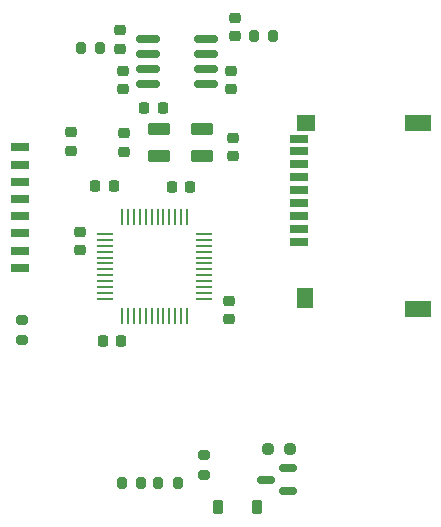
<source format=gbr>
%TF.GenerationSoftware,KiCad,Pcbnew,9.0.4*%
%TF.CreationDate,2025-12-12T14:24:18+03:00*%
%TF.ProjectId,mini_power_logger,6d696e69-5f70-46f7-9765-725f6c6f6767,rev?*%
%TF.SameCoordinates,Original*%
%TF.FileFunction,Paste,Bot*%
%TF.FilePolarity,Positive*%
%FSLAX46Y46*%
G04 Gerber Fmt 4.6, Leading zero omitted, Abs format (unit mm)*
G04 Created by KiCad (PCBNEW 9.0.4) date 2025-12-12 14:24:18*
%MOMM*%
%LPD*%
G01*
G04 APERTURE LIST*
G04 Aperture macros list*
%AMRoundRect*
0 Rectangle with rounded corners*
0 $1 Rounding radius*
0 $2 $3 $4 $5 $6 $7 $8 $9 X,Y pos of 4 corners*
0 Add a 4 corners polygon primitive as box body*
4,1,4,$2,$3,$4,$5,$6,$7,$8,$9,$2,$3,0*
0 Add four circle primitives for the rounded corners*
1,1,$1+$1,$2,$3*
1,1,$1+$1,$4,$5*
1,1,$1+$1,$6,$7*
1,1,$1+$1,$8,$9*
0 Add four rect primitives between the rounded corners*
20,1,$1+$1,$2,$3,$4,$5,0*
20,1,$1+$1,$4,$5,$6,$7,0*
20,1,$1+$1,$6,$7,$8,$9,0*
20,1,$1+$1,$8,$9,$2,$3,0*%
G04 Aperture macros list end*
%ADD10RoundRect,0.200000X-0.200000X-0.275000X0.200000X-0.275000X0.200000X0.275000X-0.200000X0.275000X0*%
%ADD11R,1.600000X0.700000*%
%ADD12R,1.600000X1.400000*%
%ADD13R,2.200000X1.400000*%
%ADD14R,1.400000X1.800000*%
%ADD15RoundRect,0.150000X0.587500X0.150000X-0.587500X0.150000X-0.587500X-0.150000X0.587500X-0.150000X0*%
%ADD16RoundRect,0.225000X-0.250000X0.225000X-0.250000X-0.225000X0.250000X-0.225000X0.250000X0.225000X0*%
%ADD17RoundRect,0.225000X0.250000X-0.225000X0.250000X0.225000X-0.250000X0.225000X-0.250000X-0.225000X0*%
%ADD18RoundRect,0.200000X0.200000X0.275000X-0.200000X0.275000X-0.200000X-0.275000X0.200000X-0.275000X0*%
%ADD19RoundRect,0.225000X-0.225000X-0.375000X0.225000X-0.375000X0.225000X0.375000X-0.225000X0.375000X0*%
%ADD20RoundRect,0.250000X0.700000X0.300000X-0.700000X0.300000X-0.700000X-0.300000X0.700000X-0.300000X0*%
%ADD21RoundRect,0.200000X-0.275000X0.200000X-0.275000X-0.200000X0.275000X-0.200000X0.275000X0.200000X0*%
%ADD22RoundRect,0.225000X0.225000X0.250000X-0.225000X0.250000X-0.225000X-0.250000X0.225000X-0.250000X0*%
%ADD23R,1.600000X0.800000*%
%ADD24R,0.279400X1.473200*%
%ADD25R,1.473200X0.279400*%
%ADD26RoundRect,0.237500X-0.250000X-0.237500X0.250000X-0.237500X0.250000X0.237500X-0.250000X0.237500X0*%
%ADD27RoundRect,0.200000X0.275000X-0.200000X0.275000X0.200000X-0.275000X0.200000X-0.275000X-0.200000X0*%
%ADD28RoundRect,0.225000X-0.225000X-0.250000X0.225000X-0.250000X0.225000X0.250000X-0.225000X0.250000X0*%
%ADD29RoundRect,0.150000X-0.825000X-0.150000X0.825000X-0.150000X0.825000X0.150000X-0.825000X0.150000X0*%
G04 APERTURE END LIST*
D10*
%TO.C,R9*%
X164350000Y-61000000D03*
X166000000Y-61000000D03*
%TD*%
D11*
%TO.C,P1*%
X182800000Y-77470000D03*
X182800000Y-76370000D03*
X182800000Y-75270000D03*
X182800000Y-74170000D03*
X182800000Y-73070000D03*
X182800000Y-71970000D03*
X182800000Y-70870000D03*
X182800000Y-69770000D03*
X182800000Y-68670000D03*
D12*
X183400000Y-67370000D03*
D13*
X192900000Y-67370000D03*
X192900000Y-83070000D03*
D14*
X183300000Y-82170000D03*
%TD*%
D15*
%TO.C,Q1*%
X181900000Y-96600000D03*
X181900000Y-98500000D03*
X180025000Y-97550000D03*
%TD*%
D16*
%TO.C,C20*%
X177100000Y-62925000D03*
X177100000Y-64475000D03*
%TD*%
D17*
%TO.C,C17*%
X167650000Y-61075000D03*
X167650000Y-59525000D03*
%TD*%
D18*
%TO.C,R12*%
X169450000Y-97800000D03*
X167800000Y-97800000D03*
%TD*%
D16*
%TO.C,C10*%
X176900000Y-82425000D03*
X176900000Y-83975000D03*
%TD*%
D19*
%TO.C,D1*%
X175950000Y-99900000D03*
X179250000Y-99900000D03*
%TD*%
D20*
%TO.C,Y2*%
X174650000Y-70150000D03*
X170950000Y-70150000D03*
X170950000Y-67850000D03*
X174650000Y-67850000D03*
%TD*%
D17*
%TO.C,C9*%
X168000000Y-69775000D03*
X168000000Y-68225000D03*
%TD*%
D16*
%TO.C,C7*%
X164300000Y-76600000D03*
X164300000Y-78150000D03*
%TD*%
D21*
%TO.C,R1*%
X159400000Y-84050000D03*
X159400000Y-85700000D03*
%TD*%
D17*
%TO.C,C18*%
X177400000Y-60025000D03*
X177400000Y-58475000D03*
%TD*%
D16*
%TO.C,C19*%
X167900000Y-62925000D03*
X167900000Y-64475000D03*
%TD*%
D22*
%TO.C,C12*%
X171275000Y-66100000D03*
X169725000Y-66100000D03*
%TD*%
D18*
%TO.C,R10*%
X180625000Y-60000000D03*
X178975000Y-60000000D03*
%TD*%
D23*
%TO.C,C1*%
X159200000Y-69421429D03*
X159200000Y-70877143D03*
X159200000Y-72332858D03*
X159200000Y-73788572D03*
X159200000Y-75244286D03*
X159200000Y-76700000D03*
X159200000Y-78155715D03*
X159200000Y-79611429D03*
%TD*%
D17*
%TO.C,C11*%
X177200000Y-70175000D03*
X177200000Y-68625000D03*
%TD*%
D22*
%TO.C,C3*%
X167125000Y-72700000D03*
X165575000Y-72700000D03*
%TD*%
D24*
%TO.C,U1*%
X167850000Y-75283600D03*
X168349999Y-75283600D03*
X168850001Y-75283600D03*
X169350000Y-75283599D03*
X169849999Y-75283600D03*
X170350000Y-75283600D03*
X170850000Y-75283600D03*
X171350001Y-75283600D03*
X171850000Y-75283599D03*
X172349999Y-75283600D03*
X172850001Y-75283600D03*
X173350000Y-75283600D03*
D25*
X174816400Y-76750000D03*
X174816400Y-77249999D03*
X174816400Y-77750001D03*
X174816401Y-78250000D03*
X174816400Y-78749999D03*
X174816400Y-79250000D03*
X174816400Y-79750000D03*
X174816400Y-80250001D03*
X174816401Y-80750000D03*
X174816400Y-81249999D03*
X174816400Y-81750001D03*
X174816400Y-82250000D03*
D24*
X173350000Y-83716400D03*
X172850001Y-83716400D03*
X172349999Y-83716400D03*
X171850000Y-83716401D03*
X171350001Y-83716400D03*
X170850000Y-83716400D03*
X170350000Y-83716400D03*
X169849999Y-83716400D03*
X169350000Y-83716401D03*
X168850001Y-83716400D03*
X168349999Y-83716400D03*
X167850000Y-83716400D03*
D25*
X166383600Y-82250000D03*
X166383600Y-81750001D03*
X166383600Y-81249999D03*
X166383599Y-80750000D03*
X166383600Y-80250001D03*
X166383600Y-79750000D03*
X166383600Y-79250000D03*
X166383600Y-78749999D03*
X166383599Y-78250000D03*
X166383600Y-77750001D03*
X166383600Y-77249999D03*
X166383600Y-76750000D03*
%TD*%
D26*
%TO.C,R14*%
X180200000Y-95000000D03*
X182025000Y-95000000D03*
%TD*%
D27*
%TO.C,R11*%
X174800000Y-97125000D03*
X174800000Y-95475000D03*
%TD*%
D10*
%TO.C,R13*%
X170900000Y-97800000D03*
X172550000Y-97800000D03*
%TD*%
D28*
%TO.C,C4*%
X172075000Y-72800000D03*
X173625000Y-72800000D03*
%TD*%
D17*
%TO.C,C6*%
X163500000Y-69700000D03*
X163500000Y-68150000D03*
%TD*%
D22*
%TO.C,C5*%
X167775000Y-85800000D03*
X166225000Y-85800000D03*
%TD*%
D29*
%TO.C,U3*%
X170000000Y-64070000D03*
X170000000Y-62800000D03*
X170000000Y-61530000D03*
X170000000Y-60260000D03*
X174950000Y-60260000D03*
X174950000Y-61530000D03*
X174950000Y-62800000D03*
X174950000Y-64070000D03*
%TD*%
M02*

</source>
